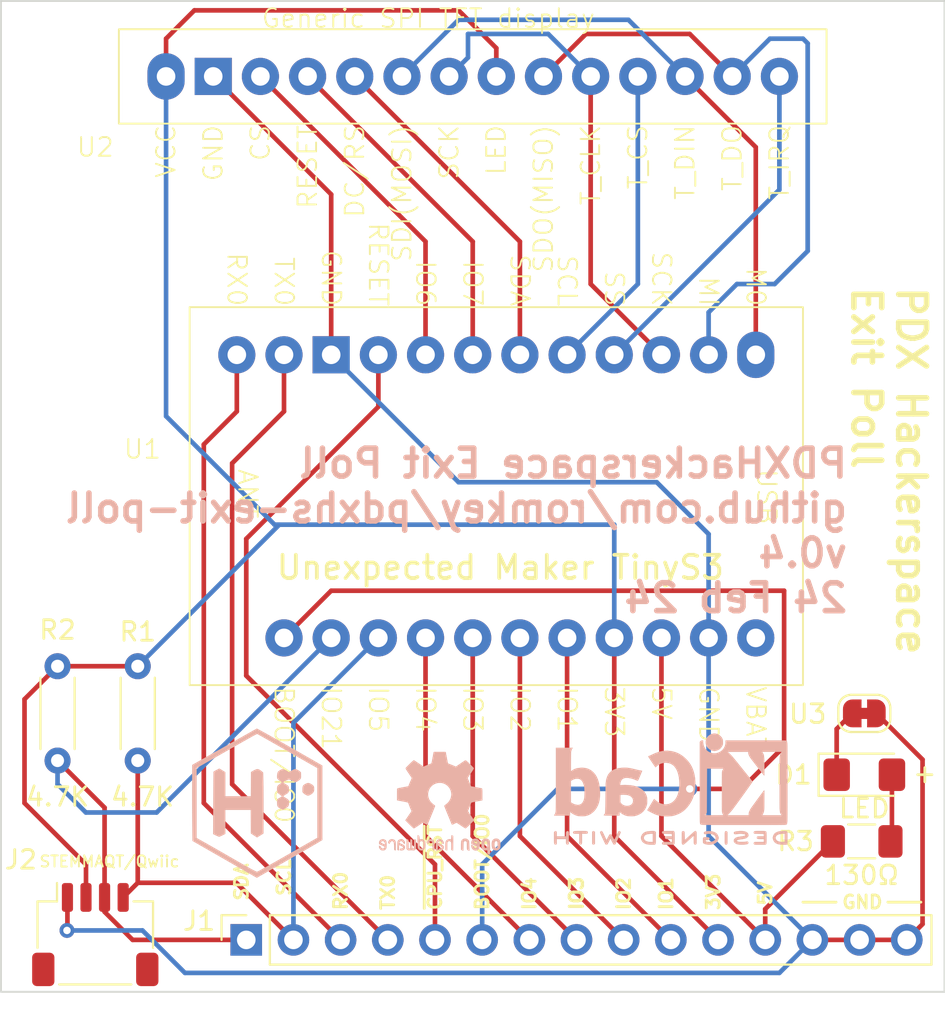
<source format=kicad_pcb>
(kicad_pcb (version 20221018) (generator pcbnew)
  (layers (0 "F.Cu" signal) (31 "B.Cu" signal) (34 "B.Paste" user) (35 "F.Paste" user) (36 "B.SilkS" user "B.Silkscreen") (37 "F.SilkS" user "F.Silkscreen") (38 "B.Mask" user) (39 "F.Mask" user) (44 "Edge.Cuts" user))
  (net 0 "")
  (net 1 "/SCL")
  (net 2 "/SDA")
  (net 3 "GND")
  (net 4 "/MO")
  (net 5 "/MI")
  (net 6 "/SCK")
  (net 7 "/TFT_CS")
  (net 8 "/TFT_RST")
  (net 9 "/TFT_DCRS")
  (net 10 "/~{CPU_RST}")
  (net 11 "+3V3")
  (net 12 "/BOOT{slash}IO0")
  (net 13 "/T_IRQ")
  (net 14 "/IO4")
  (net 15 "/5V")
  (net 16 "/BAT")
  (net 17 "/T_CS")
  (net 18 "/IO3")
  (net 19 "/IO2")
  (net 20 "Net-(D1-K)")
  (net 21 "Net-(D1-A)")
  (net 22 "/CPU_RX")
  (net 23 "/CPU_TX")
  (net 24 "/IO1")
  (footprint "Jumper:SolderJumper-2_P1.3mm_Bridged_RoundedPad1.0x1.5mm" (layer "F.Cu") (at 59.182 51.054)
    (fp_text reference "U3" (at -3.048 0.032) (layer "F.SilkS"))
    (fp_text value "~" hide)
    (fp_poly (pts (xy 0.25 -0.3) (xy -0.25 -0.3) (xy -0.25 0.3) (xy 0.25 0.3)) (fill solid) (layer "F.Cu"))
    (pad "1" smd custom (at -0.65 0) (size 1 0.5) (layers "F.Cu" "F.Mask") (net 20 "Net-(D1-K)") (options (clearance outline) (anchor rect)) (primitives (gr_circle (center 0 0.25) (end 0.5 0.25) (width 0) (fill yes)) (gr_circle (center 0 -0.25) (end 0.5 -0.25) (width 0) (fill yes)) (gr_poly (pts (xy 0.5 0.75) (xy 0 0.75) (xy 0 -0.75) (xy 0.5 -0.75)) (width 0) (fill yes))))
    (pad "2" smd custom (at 0.65 0) (size 1 0.5) (layers "F.Cu" "F.Mask") (net 3 "GND") (options (clearance outline) (anchor rect)) (primitives (gr_circle (center 0 0.25) (end 0.5 0.25) (width 0) (fill yes)) (gr_circle (center 0 -0.25) (end 0.5 -0.25) (width 0) (fill yes)) (gr_poly (pts (xy 0 0.75) (xy -0.5 0.75) (xy -0.5 -0.75) (xy 0 -0.75)) (width 0) (fill yes))))
  )
  (footprint "MountingHole:MountingHole_2.7mm_M2.5" (layer "F.Cu") (at 15.748 15.748)
    (fp_text reference "H1" hide)
    (fp_text value "MountingHole" hide)
    (pad "" np_thru_hole circle (at 0 0) (size 2.7 2.7) (drill 2.7) (layers "*.Cu" "*.Mask"))
  )
  (footprint "Connector_PinSocket_2.54mm:PinSocket_1x15_P2.54mm_Vertical" (layer "F.Cu") (at 25.908 63.246 90)
    (fp_text reference "J1" (at 1.016 -2.54) (layer "F.SilkS"))
    (fp_text value "Conn_01x15_Socket" hide)
    (pad "1" thru_hole rect (at 0 0 90) (size 1.7 1.7) (drill 1) (layers "*.Cu" "*.Mask") (net 2 "/SDA"))
    (pad "2" thru_hole oval (at 0 2.54 90) (size 1.7 1.7) (drill 1) (layers "*.Cu" "*.Mask") (net 1 "/SCL"))
    (pad "3" thru_hole oval (at 0 5.08 90) (size 1.7 1.7) (drill 1) (layers "*.Cu" "*.Mask") (net 22 "/CPU_RX"))
    (pad "4" thru_hole oval (at 0 7.62 90) (size 1.7 1.7) (drill 1) (layers "*.Cu" "*.Mask") (net 23 "/CPU_TX"))
    (pad "5" thru_hole oval (at 0 10.16 90) (size 1.7 1.7) (drill 1) (layers "*.Cu" "*.Mask") (net 10 "/~{CPU_RST}"))
    (pad "6" thru_hole oval (at 0 12.7 90) (size 1.7 1.7) (drill 1) (layers "*.Cu" "*.Mask") (net 12 "/BOOT{slash}IO0"))
    (pad "7" thru_hole oval (at 0 15.24 90) (size 1.7 1.7) (drill 1) (layers "*.Cu" "*.Mask") (net 14 "/IO4"))
    (pad "8" thru_hole oval (at 0 17.78 90) (size 1.7 1.7) (drill 1) (layers "*.Cu" "*.Mask") (net 18 "/IO3"))
    (pad "9" thru_hole oval (at 0 20.32 90) (size 1.7 1.7) (drill 1) (layers "*.Cu" "*.Mask") (net 19 "/IO2"))
    (pad "10" thru_hole oval (at 0 22.86 90) (size 1.7 1.7) (drill 1) (layers "*.Cu" "*.Mask") (net 24 "/IO1"))
    (pad "11" thru_hole oval (at 0 25.4 90) (size 1.7 1.7) (drill 1) (layers "*.Cu" "*.Mask") (net 11 "+3V3"))
    (pad "12" thru_hole oval (at 0 27.94 90) (size 1.7 1.7) (drill 1) (layers "*.Cu" "*.Mask") (net 15 "/5V"))
    (pad "13" thru_hole oval (at 0 30.48 90) (size 1.7 1.7) (drill 1) (layers "*.Cu" "*.Mask") (net 3 "GND"))
    (pad "14" thru_hole oval (at 0 33.02 90) (size 1.7 1.7) (drill 1) (layers "*.Cu" "*.Mask") (net 3 "GND"))
    (pad "15" thru_hole oval (at 0 35.56 90) (size 1.7 1.7) (drill 1) (layers "*.Cu" "*.Mask") (net 3 "GND"))
  )
  (footprint "Resistor_SMD:R_1206_3216Metric_Pad1.30x1.75mm_HandSolder" (layer "F.Cu") (at 59.04 57.944)
    (fp_text reference "R3" (at -3.556 0) (layer "F.SilkS"))
    (fp_text value "130Ω" (at 0 1.82) (layer "F.SilkS"))
    (pad "1" smd roundrect (at -1.55 0) (size 1.3 1.75) (layers "F.Cu" "F.Paste" "F.Mask") (roundrect_rratio 0.192308) (net 15 "/5V"))
    (pad "2" smd roundrect (at 1.55 0) (size 1.3 1.75) (layers "F.Cu" "F.Paste" "F.Mask") (roundrect_rratio 0.192308) (net 21 "Net-(D1-A)"))
  )
  (footprint "Resistor_THT:R_Axial_DIN0204_L3.6mm_D1.6mm_P5.08mm_Horizontal" (layer "F.Cu") (at 15.748 48.514 -90)
    (fp_text reference "R2" (at -2.54 0) (layer "F.SilkS") (effects (justify top)))
    (fp_text value "4.7K" (at 7.62 0) (layer "F.SilkS") (effects (justify bottom)))
    (pad "1" thru_hole circle (at 0 0 270) (size 1.4 1.4) (drill 0.7) (layers "*.Cu" "*.Mask") (net 11 "+3V3"))
    (pad "2" thru_hole oval (at 5.08 0 270) (size 1.4 1.4) (drill 0.7) (layers "*.Cu" "*.Mask") (net 2 "/SDA"))
  )
  (footprint "1myFootprints:SPI_TFT_TOUCH" (layer "F.Cu") (at 57.15 14.224 90)
    (fp_text reference "U2" (at -6.35 -39.37 unlocked) (layer "F.SilkS") (effects (font (thickness 0.1))))
    (fp_text value "~" hide)
    (fp_text user "T_CS" (at -5.08 -10.16 90 unlocked) (layer "F.SilkS") (effects (font (thickness 0.1)) (justify right)))
    (fp_text user "DC/RS" (at -5.08 -25.4 90 unlocked) (layer "F.SilkS") (effects (font (thickness 0.1)) (justify right)))
    (fp_text user "SCK" (at -5.08 -20.32 90 unlocked) (layer "F.SilkS") (effects (font (thickness 0.1)) (justify right)))
    (fp_text user "VCC" (at -5.08 -35.56 90 unlocked) (layer "F.SilkS") (effects (font (thickness 0.1)) (justify right)))
    (fp_text user "T_DO" (at -5.08 -5.08 90 unlocked) (layer "F.SilkS") (effects (font (thickness 0.1)) (justify right)))
    (fp_text user "SDO(MISO)" (at -5.08 -15.24 90 unlocked) (layer "F.SilkS") (effects (font (thickness 0.1)) (justify right)))
    (fp_text user "LED" (at -5.08 -17.78 90 unlocked) (layer "F.SilkS") (effects (font (thickness 0.1)) (justify right)))
    (fp_text user "T_DIN" (at -5.08 -7.62 90 unlocked) (layer "F.SilkS") (effects (font (thickness 0.1)) (justify right)))
    (fp_text user "CS" (at -5.08 -30.48 90 unlocked) (layer "F.SilkS") (effects (font (thickness 0.1)) (justify right)))
    (fp_text user "T_CLK" (at -5.08 -12.7 90 unlocked) (layer "F.SilkS") (effects (font (thickness 0.1)) (justify right)))
    (fp_text user "T_IRQ" (at -5.08 -2.54 90 unlocked) (layer "F.SilkS") (effects (font (thickness 0.1)) (justify right)))
    (fp_text user "SDI(MOSI)" (at -5.08 -22.86 90 unlocked) (layer "F.SilkS") (effects (font (thickness 0.1)) (justify right)))
    (fp_text user "GND" (at -5.08 -33.02 90 unlocked) (layer "F.SilkS") (effects (font (thickness 0.1)) (justify right)))
    (fp_text user "RESET" (at -5.08 -27.94 90 unlocked) (layer "F.SilkS") (effects (font (thickness 0.1)) (justify right)))
    (fp_text user "Generic SPI TFT display" (at 0 -30.48 unlocked) (layer "F.SilkS") (effects (font (thickness 0.1)) (justify left bottom)))
    (pad "1" thru_hole oval (at -2.54 -35.56 90) (size 2.5 2) (drill 1) (layers "*.Cu" "*.Mask") (net 11 "+3V3"))
    (pad "2" thru_hole rect (at -2.54 -33.02 90) (size 2 2) (drill 1) (layers "*.Cu" "*.Mask") (net 3 "GND"))
    (pad "3" thru_hole circle (at -2.54 -30.48 90) (size 2 2) (drill 1) (layers "*.Cu" "*.Mask") (net 7 "/TFT_CS"))
    (pad "4" thru_hole circle (at -2.54 -27.94 90) (size 2 2) (drill 1) (layers "*.Cu" "*.Mask") (net 8 "/TFT_RST"))
    (pad "5" thru_hole circle (at -2.54 -25.4 90) (size 2 2) (drill 1) (layers "*.Cu" "*.Mask") (net 9 "/TFT_DCRS"))
    (pad "6" thru_hole circle (at -2.54 -22.86 90) (size 2 2) (drill 1) (layers "*.Cu" "*.Mask") (net 4 "/MO"))
    (pad "7" thru_hole circle (at -2.54 -20.32 90) (size 2 2) (drill 1) (layers "*.Cu" "*.Mask") (net 6 "/SCK"))
    (pad "8" thru_hole circle (at -2.54 -17.78 90) (size 2 2) (drill 1) (layers "*.Cu" "*.Mask") (net 11 "+3V3"))
    (pad "9" thru_hole circle (at -2.54 -15.24 90) (size 2 2) (drill 1) (layers "*.Cu" "*.Mask") (net 5 "/MI"))
    (pad "10" thru_hole circle (at -2.54 -12.7 90) (size 2 2) (drill 1) (layers "*.Cu" "*.Mask") (net 6 "/SCK"))
    (pad "11" thru_hole circle (at -2.54 -10.16 90) (size 2 2) (drill 1) (layers "*.Cu" "*.Mask") (net 17 "/T_CS"))
    (pad "12" thru_hole circle (at -2.54 -7.62 90) (size 2 2) (drill 1) (layers "*.Cu" "*.Mask") (net 4 "/MO"))
    (pad "13" thru_hole circle (at -2.54 -5.08 90) (size 2 2) (drill 1) (layers "*.Cu" "*.Mask") (net 5 "/MI"))
    (pad "14" thru_hole circle (at -2.54 -2.54 90) (size 2 2) (drill 1) (layers "*.Cu" "*.Mask") (net 13 "/T_IRQ"))
  )
  (footprint "1myFootprints:TinyS3" (layer "F.Cu") (at 40.64 36.83 -90)
    (fp_text reference "U1" (at 0 20.32 unlocked) (layer "F.SilkS") (effects (font (thickness 0.1))))
    (fp_text value "~")
    (fp_text user "Unexpected Maker TinyS3" (at 7.0993 13.208 unlocked) (layer "F.SilkS") (effects (font (size 1.25 1.25) (thickness 0.2)) (justify left bottom)))
    (fp_text user "SCK" (at -7.62 -7.62 -90 unlocked) (layer "F.SilkS") (effects (font (thickness 0.1)) (justify right)))
    (fp_text user "GND" (at -7.62 10.16 -90 unlocked) (layer "F.SilkS") (effects (font (thickness 0.1)) (justify right)))
    (fp_text user "IO6" (at -7.62 5.08 -90 unlocked) (layer "F.SilkS") (effects (font (thickness 0.1)) (justify right)))
    (fp_text user "BOOT/IO0" (at 12.7 12.7 -90 unlocked) (layer "F.SilkS") (effects (font (thickness 0.1)) (justify left)))
    (fp_text user "RESET" (at -7.62 7.62 -90 unlocked) (layer "F.SilkS") (effects (font (thickness 0.1)) (justify right)))
    (fp_text user "3V3" (at 12.7 -5.08 -90 unlocked) (layer "F.SilkS") (effects (font (thickness 0.1)) (justify left)))
    (fp_text user "SS" (at -7.62 -5.08 -90 unlocked) (layer "F.SilkS") (effects (font (thickness 0.1)) (justify right)))
    (fp_text user "IO5" (at 12.7 7.62 -90 unlocked) (layer "F.SilkS") (effects (font (thickness 0.1)) (justify left)))
    (fp_text user "ANT" (at 1 15.24 -90 unlocked) (layer "F.SilkS") (effects (font (thickness 0.1)) (justify left bottom)))
    (fp_text user "USB" (at 1 -12.7 -90 unlocked) (layer "F.SilkS") (effects (font (thickness 0.1)) (justify left bottom)))
    (fp_text user "RX0" (at -7.62 15.24 -90 unlocked) (layer "F.SilkS") (effects (font (thickness 0.1)) (justify right)))
    (fp_text user "SDA" (at -7.62 0 -90 unlocked) (layer "F.SilkS") (effects (font (thickness 0.1)) (justify right)))
    (fp_text user "IO7" (at -7.62 2.54 -90 unlocked) (layer "F.SilkS") (effects (font (thickness 0.1)) (justify right)))
    (fp_text user "IO2" (at 12.7 0 -90 unlocked) (layer "F.SilkS") (effects (font (thickness 0.1)) (justify left)))
    (fp_text user "IO4" (at 12.7 5.08 -90 unlocked) (layer "F.SilkS") (effects (font (thickness 0.1)) (justify left)))
    (fp_text user "5V" (at 12.7 -7.62 -90 unlocked) (layer "F.SilkS") (effects (font (thickness 0.1)) (justify left)))
    (fp_text user "M0" (at -7.62 -12.7 -90 unlocked) (layer "F.SilkS") (effects (font (thickness 0.1)) (justify right)))
    (fp_text user "GND" (at 12.7 -10.16 -90 unlocked) (layer "F.SilkS") (effects (font (thickness 0.1)) (justify left)))
    (fp_text user "IO21" (at 12.7 10.16 -90 unlocked) (layer "F.SilkS") (effects (font (thickness 0.1)) (justify left)))
    (fp_text user "IO3" (at 12.7 2.54 -90 unlocked) (layer "F.SilkS") (effects (font (thickness 0.1)) (justify left)))
    (fp_text user "MI" (at -7.62 -10.16 -90 unlocked) (layer "F.SilkS") (effects (font (thickness 0.1)) (justify right)))
    (fp_text user "IO1" (at 12.7 -2.54 -90 unlocked) (layer "F.SilkS") (effects (font (thickness 0.1)) (justify left)))
    (fp_text user "VBAT" (at 12.7 -12.7 -90 unlocked) (layer "F.SilkS") (effects (font (thickness 0.1)) (justify left)))
    (fp_text user "TX0" (at -7.62 12.7 -90 unlocked) (layer "F.SilkS") (effects (font (thickness 0.1)) (justify right)))
    (fp_text user "SCL" (at -7.62 -2.54 -90 unlocked) (layer "F.SilkS") (effects (font (thickness 0.1)) (justify right)))
    (pad "1" thru_hole oval (at -5.08 -12.7 270) (size 2.5 2) (drill 1) (layers "*.Cu" "*.Mask") (net 4 "/MO"))
    (pad "2" thru_hole circle (at -5.08 -10.16 270) (size 2 2) (drill 1) (layers "*.Cu" "*.Mask") (net 5 "/MI"))
    (pad "3" thru_hole circle (at -5.08 -7.62 270) (size 2 2) (drill 1) (layers "*.Cu" "*.Mask") (net 6 "/SCK"))
    (pad "4" thru_hole circle (at -5.08 -5.08 270) (size 2 2) (drill 1) (layers "*.Cu" "*.Mask") (net 13 "/T_IRQ"))
    (pad "5" thru_hole circle (at -5.08 -2.54 270) (size 2 2) (drill 1) (layers "*.Cu" "*.Mask") (net 17 "/T_CS"))
    (pad "6" thru_hole circle (at -5.08 0 270) (size 2 2) (drill 1) (layers "*.Cu" "*.Mask") (net 9 "/TFT_DCRS"))
    (pad "7" thru_hole circle (at -5.08 2.54 270) (size 2 2) (drill 1) (layers "*.Cu" "*.Mask") (net 8 "/TFT_RST"))
    (pad "8" thru_hole circle (at -5.08 5.08 270) (size 2 2) (drill 1) (layers "*.Cu" "*.Mask") (net 7 "/TFT_CS"))
    (pad "9" thru_hole circle (at -5.08 7.62 270) (size 2 2) (drill 1) (layers "*.Cu" "*.Mask") (net 10 "/~{CPU_RST}"))
    (pad "10" thru_hole rect (at -5.08 10.16 270) (size 2 2) (drill 1) (layers "*.Cu" "*.Mask") (net 3 "GND"))
    (pad "11" thru_hole circle (at -5.08 12.7 270) (size 2 2) (drill 1) (layers "*.Cu" "*.Mask") (net 23 "/CPU_TX"))
    (pad "12" thru_hole circle (at -5.08 15.24 270) (size 2 2) (drill 1) (layers "*.Cu" "*.Mask") (net 22 "/CPU_RX"))
    (pad "13" thru_hole circle (at 10.16 12.7 270) (size 2 2) (drill 1) (layers "*.Cu" "*.Mask") (net 12 "/BOOT{slash}IO0"))
    (pad "14" thru_hole circle (at 10.16 10.16 270) (size 2 2) (drill 1) (layers "*.Cu" "*.Mask") (net 2 "/SDA"))
    (pad "15" thru_hole circle (at 10.16 7.62 270) (size 2 2) (drill 1) (layers "*.Cu" "*.Mask") (net 1 "/SCL"))
    (pad "16" thru_hole circle (at 10.16 5.08 270) (size 2 2) (drill 1) (layers "*.Cu" "*.Mask") (net 14 "/IO4"))
    (pad "17" thru_hole circle (at 10.16 2.54 270) (size 2 2) (drill 1) (layers "*.Cu" "*.Mask") (net 18 "/IO3"))
    (pad "18" thru_hole circle (at 10.16 0 270) (size 2 2) (drill 1) (layers "*.Cu" "*.Mask") (net 19 "/IO2"))
    (pad "19" thru_hole circle (at 10.16 -2.54 270) (size 2 2) (drill 1) (layers "*.Cu" "*.Mask") (net 24 "/IO1"))
    (pad "20" thru_hole circle (at 10.16 -5.08 270) (size 2 2) (drill 1) (layers "*.Cu" "*.Mask") (net 11 "+3V3"))
    (pad "21" thru_hole circle (at 10.16 -7.62 270) (size 2 2) (drill 1) (layers "*.Cu" "*.Mask") (net 15 "/5V"))
    (pad "22" thru_hole circle (at 10.16 -10.16 270) (size 2 2) (drill 1) (layers "*.Cu" "*.Mask") (net 3 "GND"))
    (pad "23" thru_hole circle (at 10.16 -12.7 270) (size 2 2) (drill 1) (layers "*.Cu" "*.Mask") (net 16 "/BAT"))
  )
  (footprint "Resistor_THT:R_Axial_DIN0204_L3.6mm_D1.6mm_P5.08mm_Horizontal" (layer "F.Cu") (at 20.066 48.514 -90)
    (fp_text reference "R1" (at -1.27 0) (layer "F.SilkS") (effects (justify bottom)))
    (fp_text value "4.7K" hide)
    (pad "1" thru_hole circle (at 0 0 270) (size 1.4 1.4) (drill 0.7) (layers "*.Cu" "*.Mask") (net 11 "+3V3"))
    (pad "2" thru_hole oval (at 5.08 0 270) (size 1.4 1.4) (drill 0.7) (layers "*.Cu" "*.Mask") (net 1 "/SCL"))
  )
  (footprint "LED_SMD:LED_1206_3216Metric_Pad1.42x1.75mm_HandSolder" (layer "F.Cu") (at 59.182 54.356)
    (fp_text reference "D1" (at -3.81 0) (layer "F.SilkS"))
    (fp_text value "LED" (at 0 1.82) (layer "F.SilkS"))
    (pad "1" smd roundrect (at -1.4875 0) (size 1.425 1.75) (layers "F.Cu" "F.Paste" "F.Mask") (roundrect_rratio 0.175439) (net 20 "Net-(D1-K)"))
    (pad "2" smd roundrect (at 1.4875 0) (size 1.425 1.75) (layers "F.Cu" "F.Paste" "F.Mask") (roundrect_rratio 0.175439) (net 21 "Net-(D1-A)"))
  )
  (footprint "MountingHole:MountingHole_2.7mm_M2.5" (layer "F.Cu") (at 60.452 15.748)
    (fp_text reference "H2" hide)
    (fp_text value "MountingHole" hide)
    (pad "" np_thru_hole circle (at 0 0) (size 2.7 2.7) (drill 2.7) (layers "*.Cu" "*.Mask"))
  )
  (footprint "Connector_JST:JST_SH_SM04B-SRSS-TB_1x04-1MP_P1.00mm_Horizontal" (layer "F.Cu") (at 17.78 62.96)
    (fp_text reference "J2" (at -3.048 -4.032) (layer "F.SilkS") (effects (justify right)))
    (fp_text value "~")
    (pad "1" smd roundrect (at -1.5 -2) (size 0.6 1.55) (layers "F.Cu" "F.Paste" "F.Mask") (net 3 "GND"))
    (pad "2" smd roundrect (at -0.5 -2) (size 0.6 1.55) (layers "F.Cu" "F.Paste" "F.Mask") (net 11 "+3V3"))
    (pad "3" smd roundrect (at 0.5 -2) (size 0.6 1.55) (layers "F.Cu" "F.Paste" "F.Mask") (net 2 "/SDA"))
    (pad "4" smd roundrect (at 1.5 -2) (size 0.6 1.55) (layers "F.Cu" "F.Paste" "F.Mask") (net 1 "/SCL"))
    (pad "MP" smd roundrect (at -2.8 1.875) (size 1.2 1.8) (layers "F.Cu" "F.Paste" "F.Mask") (roundrect_rratio 0.208333))
    (pad "MP" smd roundrect (at 2.8 1.875) (size 1.2 1.8) (layers "F.Cu" "F.Paste" "F.Mask") (roundrect_rratio 0.208333))
  )
  (footprint "1myFootprints:OSHW-Logo2_7.3x6mm_SilkScreen" (layer "B.Cu") (at 36.322 55.88 180)
    (fp_text reference "REF**" hide)
    (fp_text value "OSHW-Logo2_7.3x6mm_SilkScreen" hide)
  )
  (footprint "1myFootprints:CTRLH Logo" (layer "B.Cu") (at 26.67 55.88 180)
    (fp_text reference "REF**" hide)
    (fp_text value "CTRLH Logo" hide)
  )
  (footprint "Symbol:KiCad-Logo2_5mm_SilkScreen" (layer "B.Cu") (at 48.768 55.118 180)
    (fp_text reference "REF**" hide)
    (fp_text value "KiCad-Logo2_5mm_SilkScreen" hide)
  )
  (gr_line (start 55.88 61.214) (end 57.658 61.214) (stroke (width 0.15)) (layer "F.SilkS"))
  (gr_line (start 60.452 61.214) (end 62.23 61.214) (stroke (width 0.15)) (layer "F.SilkS"))
  (gr_rect (start 12.7 12.7) (end 63.5 66.04) (stroke (width 0.1)) (fill none) (layer "Edge.Cuts"))
  (gr_text "PDXHackerspace Exit Poll\ngithub.com/romkey/pdxhs-exit-poll\nv0.4\n24 Feb 24\n" (at 58.42 45.72) (layer "B.SilkS") (effects (font (size 1.5 1.5) (thickness 0.3) bold) (justify left bottom mirror)))
  (gr_text "+" (at 61.722 54.864) (layer "F.SilkS") (effects (font (size 1 1)) (justify left bottom)))
  (gr_text "RX0" (at 30.988 61.722 90) (layer "F.SilkS") (effects (font (size 0.7 0.7)) (justify left)))
  (gr_text "IO3" (at 43.688 61.722 90) (layer "F.SilkS") (effects (font (size 0.7 0.7) (thickness 0.175) bold) (justify left)))
  (gr_text "4.7K" (at 20.32 56.134) (layer "F.SilkS") (effects (font (size 1 1)) (justify bottom)))
  (gr_text "BOOT/IO0" (at 38.608 61.722 90) (layer "F.SilkS") (effects (font (size 0.7 0.7)) (justify left)))
  (gr_text "IO4" (at 41.148 61.722 90) (layer "F.SilkS") (effects (font (size 0.7 0.7)) (justify left)))
  (gr_text "SCL" (at 27.94 60.96 90) (layer "F.SilkS") (effects (font (size 0.7 0.7)) (justify left)))
  (gr_text "3V3" (at 51.054 61.722 90) (layer "F.SilkS") (effects (font (size 0.7 0.7)) (justify left)))
  (gr_text "GND" (at 57.912 61.214) (layer "F.SilkS") (effects (font (size 0.7 0.7)) (justify left)))
  (gr_text "IO1" (at 48.514 61.722 90) (layer "F.SilkS") (effects (font (size 0.7 0.7)) (justify left)))
  (gr_text "5V" (at 53.848 61.468 90) (layer "F.SilkS") (effects (font (size 0.7 0.7)) (justify left)))
  (gr_text "PDX Hackerspace\nExit Poll" (at 58.42 27.94 270) (layer "F.SilkS") (effects (font (size 1.5 1.5) (thickness 0.3) bold) (justify left bottom)))
  (gr_text "STEMMAQT/Qwiic" (at 18.542 58.674) (layer "F.SilkS") (effects (font (size 0.6 0.6) (thickness 0.1) bold) (justify top)))
  (gr_text "TX0" (at 33.528 61.722 90) (layer "F.SilkS") (effects (font (size 0.7 0.7)) (justify left)))
  (gr_text "IO2" (at 46.228 61.722 90) (layer "F.SilkS") (effects (font (size 0.7 0.7)) (justify left)))
  (gr_text "~{CPU_RST}" (at 36.068 61.722 90) (layer "F.SilkS") (effects (font (size 0.7 0.7)) (justify left)))
  (gr_text "SDA" (at 25.654 61.214 90) (layer "F.SilkS") (effects (font (size 0.7 0.7)) (justify left)))
  (segment (start 25.376 60.174) (end 28.448 63.246) (width 0.25) (layer "F.Cu") (net 1))
  (segment (start 20.066 60.174) (end 19.28 60.96) (width 0.25) (layer "F.Cu") (net 1))
  (segment (start 20.066 53.594) (end 20.066 60.174) (width 0.25) (layer "F.Cu") (net 1))
  (segment (start 20.066 60.174) (end 25.376 60.174) (width 0.25) (layer "F.Cu") (net 1))
  (segment (start 28.448 51.562) (end 28.448 63.246) (width 0.25) (layer "B.Cu") (net 1))
  (segment (start 33.02 46.99) (end 28.448 51.562) (width 0.25) (layer "B.Cu") (net 1))
  (segment (start 18.28 56.126) (end 18.28 60.96) (width 0.25) (layer "F.Cu") (net 2))
  (segment (start 15.748 53.594) (end 18.28 56.126) (width 0.25) (layer "F.Cu") (net 2))
  (segment (start 18.28 61.734999) (end 19.791001 63.246) (width 0.25) (layer "F.Cu") (net 2))
  (segment (start 18.28 60.96) (end 18.28 61.734999) (width 0.25) (layer "F.Cu") (net 2))
  (segment (start 19.791001 63.246) (end 25.908 63.246) (width 0.25) (layer "F.Cu") (net 2))
  (segment (start 21.082 56.388) (end 17.272 56.388) (width 0.25) (layer "B.Cu") (net 2))
  (segment (start 17.272 56.388) (end 15.748 54.864) (width 0.25) (layer "B.Cu") (net 2))
  (segment (start 15.748 54.864) (end 15.748 53.594) (width 0.25) (layer "B.Cu") (net 2))
  (segment (start 30.48 46.99) (end 21.082 56.388) (width 0.25) (layer "B.Cu") (net 2))
  (segment (start 62.318 53.54) (end 62.318 62.396) (width 0.25) (layer "F.Cu") (net 3))
  (segment (start 56.388 63.246) (end 61.468 63.246) (width 0.25) (layer "F.Cu") (net 3))
  (segment (start 59.832 51.054) (end 62.318 53.54) (width 0.25) (layer "F.Cu") (net 3))
  (segment (start 30.48 31.75) (end 30.48 23.114) (width 0.25) (layer "F.Cu") (net 3))
  (segment (start 30.48 23.114) (end 24.13 16.764) (width 0.25) (layer "F.Cu") (net 3))
  (segment (start 16.28 62.714) (end 16.256 62.738) (width 0.25) (layer "F.Cu") (net 3))
  (segment (start 62.318 62.396) (end 61.468 63.246) (width 0.25) (layer "F.Cu") (net 3))
  (segment (start 16.28 60.96) (end 16.28 62.714) (width 0.25) (layer "F.Cu") (net 3))
  (via (at 16.256 62.738) (size 0.8) (drill 0.4) (layers "F.Cu" "B.Cu") (net 3))
  (segment (start 50.8 46.99) (end 50.8 57.658) (width 0.25) (layer "B.Cu") (net 3))
  (segment (start 22.606 65.024) (end 20.32 62.738) (width 0.25) (layer "B.Cu") (net 3))
  (segment (start 30.48 31.75) (end 37.338 38.608) (width 0.25) (layer "B.Cu") (net 3))
  (segment (start 20.32 62.738) (end 16.256 62.738) (width 0.25) (layer "B.Cu") (net 3))
  (segment (start 50.8 41.402) (end 50.8 46.99) (width 0.25) (layer "B.Cu") (net 3))
  (segment (start 54.61 65.024) (end 22.606 65.024) (width 0.25) (layer "B.Cu") (net 3))
  (segment (start 56.388 63.246) (end 54.61 65.024) (width 0.25) (layer "B.Cu") (net 3))
  (segment (start 37.338 38.608) (end 48.006 38.608) (width 0.25) (layer "B.Cu") (net 3))
  (segment (start 48.006 38.608) (end 50.8 41.402) (width 0.25) (layer "B.Cu") (net 3))
  (segment (start 50.8 57.658) (end 56.388 63.246) (width 0.25) (layer "B.Cu") (net 3))
  (segment (start 53.34 31.75) (end 53.34 20.574) (width 0.25) (layer "F.Cu") (net 4))
  (segment (start 53.34 20.574) (end 49.53 16.764) (width 0.25) (layer "F.Cu") (net 4))
  (segment (start 34.29 16.764) (end 37.338 13.716) (width 0.25) (layer "B.Cu") (net 4))
  (segment (start 46.482 13.716) (end 49.53 16.764) (width 0.25) (layer "B.Cu") (net 4))
  (segment (start 37.338 13.716) (end 46.482 13.716) (width 0.25) (layer "B.Cu") (net 4))
  (segment (start 41.91 16.764) (end 44.196 14.478) (width 0.25) (layer "F.Cu") (net 5))
  (segment (start 49.784 14.478) (end 52.07 16.764) (width 0.25) (layer "F.Cu") (net 5))
  (segment (start 44.196 14.478) (end 49.784 14.478) (width 0.25) (layer "F.Cu") (net 5))
  (segment (start 54.356 27.94) (end 56.134 26.162) (width 0.25) (layer "B.Cu") (net 5))
  (segment (start 56.134 14.986) (end 55.88 14.732) (width 0.25) (layer "B.Cu") (net 5))
  (segment (start 54.102 14.732) (end 52.07 16.764) (width 0.25) (layer "B.Cu") (net 5))
  (segment (start 52.324 27.94) (end 54.356 27.94) (width 0.25) (layer "B.Cu") (net 5))
  (segment (start 56.134 26.162) (end 56.134 14.986) (width 0.25) (layer "B.Cu") (net 5))
  (segment (start 50.8 29.464) (end 52.324 27.94) (width 0.25) (layer "B.Cu") (net 5))
  (segment (start 55.88 14.732) (end 54.102 14.732) (width 0.25) (layer "B.Cu") (net 5))
  (segment (start 50.8 31.75) (end 50.8 29.464) (width 0.25) (layer "B.Cu") (net 5))
  (segment (start 48.26 31.75) (end 44.45 27.94) (width 0.25) (layer "F.Cu") (net 6))
  (segment (start 44.45 27.94) (end 44.45 16.764) (width 0.25) (layer "F.Cu") (net 6))
  (segment (start 37.846 14.478) (end 37.846 15.748) (width 0.25) (layer "B.Cu") (net 6))
  (segment (start 37.846 15.748) (end 36.83 16.764) (width 0.25) (layer "B.Cu") (net 6))
  (segment (start 44.45 16.764) (end 42.164 14.478) (width 0.25) (layer "B.Cu") (net 6))
  (segment (start 42.164 14.478) (end 37.846 14.478) (width 0.25) (layer "B.Cu") (net 6))
  (segment (start 35.56 25.654) (end 26.67 16.764) (width 0.25) (layer "F.Cu") (net 7))
  (segment (start 35.56 31.75) (end 35.56 25.654) (width 0.25) (layer "F.Cu") (net 7))
  (segment (start 38.1 25.654) (end 38.1 31.75) (width 0.25) (layer "F.Cu") (net 8))
  (segment (start 29.21 16.764) (end 38.1 25.654) (width 0.25) (layer "F.Cu") (net 8))
  (segment (start 40.64 25.654) (end 40.64 31.75) (width 0.25) (layer "F.Cu") (net 9))
  (segment (start 31.75 16.764) (end 40.64 25.654) (width 0.25) (layer "F.Cu") (net 9))
  (segment (start 33.02 34.544) (end 25.908 41.656) (width 0.25) (layer "F.Cu") (net 10))
  (segment (start 25.908 41.656) (end 25.908 49.022) (width 0.25) (layer "F.Cu") (net 10))
  (segment (start 36.068 59.182) (end 36.068 63.246) (width 0.25) (layer "F.Cu") (net 10))
  (segment (start 25.908 49.022) (end 36.068 59.182) (width 0.25) (layer "F.Cu") (net 10))
  (segment (start 33.02 31.75) (end 33.02 34.544) (width 0.25) (layer "F.Cu") (net 10))
  (segment (start 23.114 13.208) (end 37.338 13.208) (width 0.25) (layer "F.Cu") (net 11))
  (segment (start 17.28 59.19) (end 17.28 60.96) (width 0.25) (layer "F.Cu") (net 11))
  (segment (start 21.59 14.732) (end 23.114 13.208) (width 0.25) (layer "F.Cu") (net 11))
  (segment (start 45.72 46.99) (end 45.72 57.658) (width 0.25) (layer "F.Cu") (net 11))
  (segment (start 15.748 48.514) (end 13.97 50.292) (width 0.25) (layer "F.Cu") (net 11))
  (segment (start 37.338 13.208) (end 39.37 15.24) (width 0.25) (layer "F.Cu") (net 11))
  (segment (start 20.066 48.514) (end 15.748 48.514) (width 0.25) (layer "F.Cu") (net 11))
  (segment (start 13.97 55.88) (end 17.28 59.19) (width 0.25) (layer "F.Cu") (net 11))
  (segment (start 21.59 16.764) (end 21.59 14.732) (width 0.25) (layer "F.Cu") (net 11))
  (segment (start 39.37 15.24) (end 39.37 16.764) (width 0.25) (layer "F.Cu") (net 11))
  (segment (start 45.72 57.658) (end 51.308 63.246) (width 0.25) (layer "F.Cu") (net 11))
  (segment (start 13.97 50.292) (end 13.97 55.88) (width 0.25) (layer "F.Cu") (net 11))
  (segment (start 45.72 46.99) (end 45.72 40.894) (width 0.25) (layer "B.Cu") (net 11))
  (segment (start 27.686 40.894) (end 20.066 48.514) (width 0.25) (layer "B.Cu") (net 11))
  (segment (start 45.72 40.894) (end 27.432 40.894) (width 0.25) (layer "B.Cu") (net 11))
  (segment (start 21.59 35.052) (end 21.59 16.764) (width 0.25) (layer "B.Cu") (net 11))
  (segment (start 27.432 40.894) (end 27.686 40.894) (width 0.25) (layer "B.Cu") (net 11))
  (segment (start 27.432 40.894) (end 21.59 35.052) (width 0.25) (layer "B.Cu") (net 11))
  (segment (start 52.578 55.118) (end 54.864 52.832) (width 0.25) (layer "F.Cu") (net 12))
  (segment (start 49.784 55.118) (end 52.578 55.118) (width 0.25) (layer "F.Cu") (net 12))
  (segment (start 54.864 52.832) (end 54.864 44.45) (width 0.25) (layer "F.Cu") (net 12))
  (segment (start 30.48 44.45) (end 27.94 46.99) (width 0.25) (layer "F.Cu") (net 12))
  (segment (start 54.864 44.45) (end 30.48 44.45) (width 0.25) (layer "F.Cu") (net 12))
  (via (at 49.784 55.118) (size 0.8) (drill 0.4) (layers "F.Cu" "B.Cu") (net 12))
  (segment (start 42.672 55.118) (end 38.608 59.182) (width 0.25) (layer "B.Cu") (net 12))
  (segment (start 49.784 55.118) (end 42.672 55.118) (width 0.25) (layer "B.Cu") (net 12))
  (segment (start 38.608 59.182) (end 38.608 63.246) (width 0.25) (layer "B.Cu") (net 12))
  (segment (start 54.61 22.86) (end 45.72 31.75) (width 0.25) (layer "B.Cu") (net 13))
  (segment (start 54.61 16.764) (end 54.61 22.86) (width 0.25) (layer "B.Cu") (net 13))
  (segment (start 35.56 57.658) (end 41.148 63.246) (width 0.25) (layer "F.Cu") (net 14))
  (segment (start 35.56 46.99) (end 35.56 57.658) (width 0.25) (layer "F.Cu") (net 14))
  (segment (start 53.848 63.246) (end 53.848 61.586) (width 0.25) (layer "F.Cu") (net 15))
  (segment (start 48.26 57.658) (end 53.848 63.246) (width 0.25) (layer "F.Cu") (net 15))
  (segment (start 48.26 46.99) (end 48.26 57.658) (width 0.25) (layer "F.Cu") (net 15))
  (segment (start 53.848 61.586) (end 57.49 57.944) (width 0.25) (layer "F.Cu") (net 15))
  (segment (start 46.99 27.94) (end 43.18 31.75) (width 0.25) (layer "B.Cu") (net 17))
  (segment (start 46.99 16.764) (end 46.99 27.94) (width 0.25) (layer "B.Cu") (net 17))
  (segment (start 38.1 46.99) (end 38.1 57.658) (width 0.25) (layer "F.Cu") (net 18))
  (segment (start 38.1 57.658) (end 43.688 63.246) (width 0.25) (layer "F.Cu") (net 18))
  (segment (start 40.64 57.658) (end 46.228 63.246) (width 0.25) (layer "F.Cu") (net 19))
  (segment (start 40.64 46.99) (end 40.64 57.658) (width 0.25) (layer "F.Cu") (net 19))
  (segment (start 57.6945 51.8915) (end 58.532 51.054) (width 0.25) (layer "F.Cu") (net 20))
  (segment (start 57.6945 54.356) (end 57.6945 51.8915) (width 0.25) (layer "F.Cu") (net 20))
  (segment (start 60.6695 54.356) (end 60.6695 57.8645) (width 0.25) (layer "F.Cu") (net 21))
  (segment (start 23.622 36.576) (end 23.622 55.88) (width 0.25) (layer "F.Cu") (net 22))
  (segment (start 25.4 31.75) (end 25.4 34.798) (width 0.25) (layer "F.Cu") (net 22))
  (segment (start 25.4 34.798) (end 23.622 36.576) (width 0.25) (layer "F.Cu") (net 22))
  (segment (start 23.622 55.88) (end 30.988 63.246) (width 0.25) (layer "F.Cu") (net 22))
  (segment (start 25.146 54.864) (end 33.528 63.246) (width 0.25) (layer "F.Cu") (net 23))
  (segment (start 27.94 31.75) (end 27.94 34.798) (width 0.25) (layer "F.Cu") (net 23))
  (segment (start 25.146 37.592) (end 25.146 54.864) (width 0.25) (layer "F.Cu") (net 23))
  (segment (start 27.94 34.798) (end 25.146 37.592) (width 0.25) (layer "F.Cu") (net 23))
  (segment (start 43.18 57.658) (end 48.768 63.246) (width 0.25) (layer "F.Cu") (net 24))
  (segment (start 43.18 46.99) (end 43.18 57.658) (width 0.25) (layer "F.Cu") (net 24))
)
</source>
